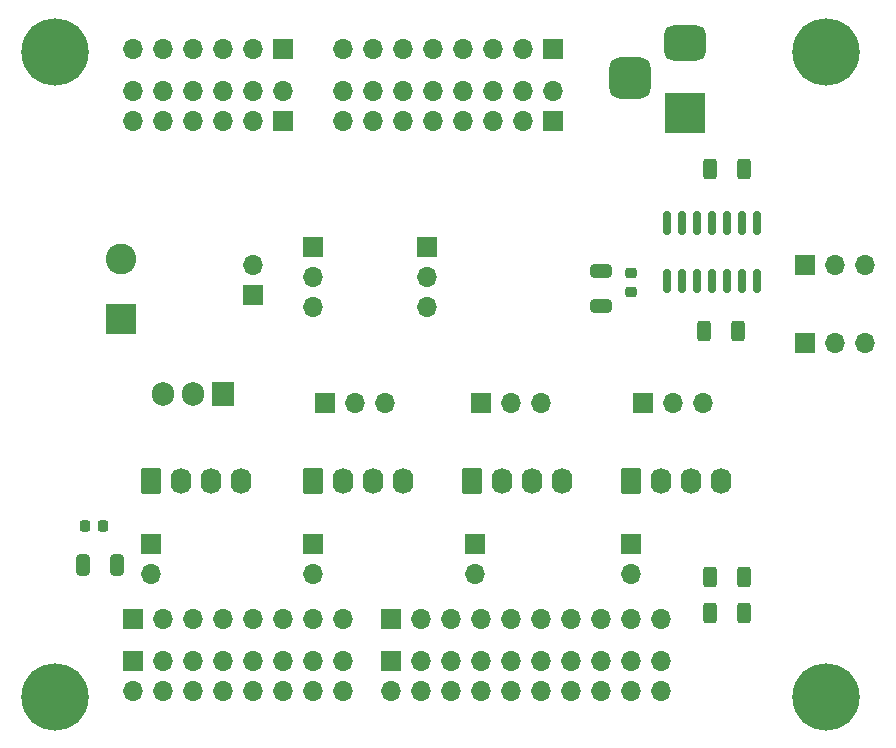
<source format=gbr>
%TF.GenerationSoftware,KiCad,Pcbnew,7.99.0-2684-g11de95778b*%
%TF.CreationDate,2023-11-20T14:54:01-05:00*%
%TF.ProjectId,ADC_MCPV01,4144435f-4d43-4505-9630-312e6b696361,rev?*%
%TF.SameCoordinates,Original*%
%TF.FileFunction,Soldermask,Bot*%
%TF.FilePolarity,Negative*%
%FSLAX46Y46*%
G04 Gerber Fmt 4.6, Leading zero omitted, Abs format (unit mm)*
G04 Created by KiCad (PCBNEW 7.99.0-2684-g11de95778b) date 2023-11-20 14:54:01*
%MOMM*%
%LPD*%
G01*
G04 APERTURE LIST*
G04 Aperture macros list*
%AMRoundRect*
0 Rectangle with rounded corners*
0 $1 Rounding radius*
0 $2 $3 $4 $5 $6 $7 $8 $9 X,Y pos of 4 corners*
0 Add a 4 corners polygon primitive as box body*
4,1,4,$2,$3,$4,$5,$6,$7,$8,$9,$2,$3,0*
0 Add four circle primitives for the rounded corners*
1,1,$1+$1,$2,$3*
1,1,$1+$1,$4,$5*
1,1,$1+$1,$6,$7*
1,1,$1+$1,$8,$9*
0 Add four rect primitives between the rounded corners*
20,1,$1+$1,$2,$3,$4,$5,0*
20,1,$1+$1,$4,$5,$6,$7,0*
20,1,$1+$1,$6,$7,$8,$9,0*
20,1,$1+$1,$8,$9,$2,$3,0*%
G04 Aperture macros list end*
%ADD10O,1.700000X1.700000*%
%ADD11R,1.700000X1.700000*%
%ADD12C,5.700000*%
%ADD13O,1.905000X2.000000*%
%ADD14R,1.905000X2.000000*%
%ADD15RoundRect,0.250000X0.325000X0.650000X-0.325000X0.650000X-0.325000X-0.650000X0.325000X-0.650000X0*%
%ADD16RoundRect,0.225000X0.225000X0.250000X-0.225000X0.250000X-0.225000X-0.250000X0.225000X-0.250000X0*%
%ADD17R,3.500000X3.500000*%
%ADD18RoundRect,0.750000X-1.000000X0.750000X-1.000000X-0.750000X1.000000X-0.750000X1.000000X0.750000X0*%
%ADD19RoundRect,0.875000X-0.875000X0.875000X-0.875000X-0.875000X0.875000X-0.875000X0.875000X0.875000X0*%
%ADD20R,2.600000X2.600000*%
%ADD21C,2.600000*%
%ADD22RoundRect,0.250000X-0.620000X-0.845000X0.620000X-0.845000X0.620000X0.845000X-0.620000X0.845000X0*%
%ADD23O,1.740000X2.190000*%
%ADD24RoundRect,0.150000X-0.150000X0.825000X-0.150000X-0.825000X0.150000X-0.825000X0.150000X0.825000X0*%
%ADD25RoundRect,0.225000X-0.250000X0.225000X-0.250000X-0.225000X0.250000X-0.225000X0.250000X0.225000X0*%
%ADD26RoundRect,0.250000X-0.312500X-0.625000X0.312500X-0.625000X0.312500X0.625000X-0.312500X0.625000X0*%
%ADD27RoundRect,0.250000X0.312500X0.625000X-0.312500X0.625000X-0.312500X-0.625000X0.312500X-0.625000X0*%
%ADD28RoundRect,0.250000X-0.650000X0.325000X-0.650000X-0.325000X0.650000X-0.325000X0.650000X0.325000X0*%
G04 APERTURE END LIST*
D10*
%TO.C,V_IN1*%
X134112000Y-52324000D03*
X134112000Y-49784000D03*
D11*
X134112000Y-47244000D03*
%TD*%
D12*
%TO.C,REF\u002A\u002A*%
X102616000Y-85344000D03*
%TD*%
%TO.C,REF\u002A\u002A*%
X102616000Y-30734000D03*
%TD*%
%TO.C,REF\u002A\u002A*%
X167894000Y-30734000D03*
%TD*%
D13*
%TO.C,U3*%
X111760000Y-59690000D03*
X114300000Y-59690000D03*
D14*
X116840000Y-59690000D03*
%TD*%
D15*
%TO.C,C5*%
X104951000Y-74168000D03*
X107901000Y-74168000D03*
%TD*%
D16*
%TO.C,C4*%
X105143000Y-70866000D03*
X106693000Y-70866000D03*
%TD*%
D11*
%TO.C,JP_VDC1*%
X124460000Y-47244000D03*
D10*
X124460000Y-49784000D03*
X124460000Y-52324000D03*
%TD*%
D12*
%TO.C,REF\u002A\u002A*%
X167894000Y-85344000D03*
%TD*%
D11*
%TO.C,J18*%
X151409000Y-72410000D03*
D10*
X151409000Y-74950000D03*
%TD*%
D11*
%TO.C,DC2*%
X125491000Y-60452000D03*
D10*
X128031000Y-60452000D03*
X130571000Y-60452000D03*
%TD*%
D17*
%TO.C,J6*%
X155956000Y-35972000D03*
D18*
X155956000Y-29972000D03*
D19*
X151256000Y-32972000D03*
%TD*%
D11*
%TO.C,JP_ADR1*%
X166131000Y-48768000D03*
D10*
X168671000Y-48768000D03*
X171211000Y-48768000D03*
%TD*%
D11*
%TO.C,DC3*%
X138684000Y-60452000D03*
D10*
X141224000Y-60452000D03*
X143764000Y-60452000D03*
%TD*%
D11*
%TO.C,J13*%
X121920000Y-36576000D03*
D10*
X121920000Y-34036000D03*
X119380000Y-36576000D03*
X119380000Y-34036000D03*
X116840000Y-36576000D03*
X116840000Y-34036000D03*
X114300000Y-36576000D03*
X114300000Y-34036000D03*
X111760000Y-36576000D03*
X111760000Y-34036000D03*
X109220000Y-36576000D03*
X109220000Y-34036000D03*
%TD*%
D11*
%TO.C,J15*%
X110769000Y-72410000D03*
D10*
X110769000Y-74950000D03*
%TD*%
D11*
%TO.C,J17*%
X138201000Y-72410000D03*
D10*
X138201000Y-74950000D03*
%TD*%
D20*
%TO.C,J5*%
X108204000Y-53340000D03*
D21*
X108204000Y-48260000D03*
%TD*%
D11*
%TO.C,J14*%
X131064000Y-82296000D03*
D10*
X131064000Y-84836000D03*
X133604000Y-82296000D03*
X133604000Y-84836000D03*
X136144000Y-82296000D03*
X136144000Y-84836000D03*
X138684000Y-82296000D03*
X138684000Y-84836000D03*
X141224000Y-82296000D03*
X141224000Y-84836000D03*
X143764000Y-82296000D03*
X143764000Y-84836000D03*
X146304000Y-82296000D03*
X146304000Y-84836000D03*
X148844000Y-82296000D03*
X148844000Y-84836000D03*
X151384000Y-82296000D03*
X151384000Y-84836000D03*
X153924000Y-82296000D03*
X153924000Y-84836000D03*
%TD*%
D22*
%TO.C,J1*%
X110744000Y-67056000D03*
D23*
X113284000Y-67056000D03*
X115824000Y-67056000D03*
X118364000Y-67056000D03*
%TD*%
D11*
%TO.C,J11*%
X144780000Y-36576000D03*
D10*
X144780000Y-34036000D03*
X142240000Y-36576000D03*
X142240000Y-34036000D03*
X139700000Y-36576000D03*
X139700000Y-34036000D03*
X137160000Y-36576000D03*
X137160000Y-34036000D03*
X134620000Y-36576000D03*
X134620000Y-34036000D03*
X132080000Y-36576000D03*
X132080000Y-34036000D03*
X129540000Y-36576000D03*
X129540000Y-34036000D03*
X127000000Y-36576000D03*
X127000000Y-34036000D03*
%TD*%
D22*
%TO.C,J2*%
X124460000Y-67056000D03*
D23*
X127000000Y-67056000D03*
X129540000Y-67056000D03*
X132080000Y-67056000D03*
%TD*%
D22*
%TO.C,J4*%
X151384000Y-67056000D03*
D23*
X153924000Y-67056000D03*
X156464000Y-67056000D03*
X159004000Y-67056000D03*
%TD*%
D11*
%TO.C,J12*%
X109220000Y-82296000D03*
D10*
X109220000Y-84836000D03*
X111760000Y-82296000D03*
X111760000Y-84836000D03*
X114300000Y-82296000D03*
X114300000Y-84836000D03*
X116840000Y-82296000D03*
X116840000Y-84836000D03*
X119380000Y-82296000D03*
X119380000Y-84836000D03*
X121920000Y-82296000D03*
X121920000Y-84836000D03*
X124460000Y-82296000D03*
X124460000Y-84836000D03*
X127000000Y-82296000D03*
X127000000Y-84836000D03*
%TD*%
D11*
%TO.C,J16*%
X124485000Y-72410000D03*
D10*
X124485000Y-74950000D03*
%TD*%
D11*
%TO.C,J19*%
X119380000Y-51308000D03*
D10*
X119380000Y-48768000D03*
%TD*%
D11*
%TO.C,JP_ADR2*%
X166131000Y-55372000D03*
D10*
X168671000Y-55372000D03*
X171211000Y-55372000D03*
%TD*%
D11*
%TO.C,DC4*%
X152400000Y-60452000D03*
D10*
X154940000Y-60452000D03*
X157480000Y-60452000D03*
%TD*%
D22*
%TO.C,J3*%
X137922000Y-67076000D03*
D23*
X140462000Y-67076000D03*
X143002000Y-67076000D03*
X145542000Y-67076000D03*
%TD*%
D24*
%TO.C,U2*%
X154432000Y-45212000D03*
X155702000Y-45212000D03*
X156972000Y-45212000D03*
X158242000Y-45212000D03*
X159512000Y-45212000D03*
X160782000Y-45212000D03*
X162052000Y-45212000D03*
X162052000Y-50162000D03*
X160782000Y-50162000D03*
X159512000Y-50162000D03*
X158242000Y-50162000D03*
X156972000Y-50162000D03*
X155702000Y-50162000D03*
X154432000Y-50162000D03*
%TD*%
D25*
%TO.C,C1*%
X151384000Y-49517000D03*
X151384000Y-51067000D03*
%TD*%
D11*
%TO.C,J8*%
X109220000Y-78740000D03*
D10*
X111760000Y-78740000D03*
X114300000Y-78740000D03*
X116840000Y-78740000D03*
X119380000Y-78740000D03*
X121920000Y-78740000D03*
X124460000Y-78740000D03*
X127000000Y-78740000D03*
%TD*%
D11*
%TO.C,J7*%
X144780000Y-30480000D03*
D10*
X142240000Y-30480000D03*
X139700000Y-30480000D03*
X137160000Y-30480000D03*
X134620000Y-30480000D03*
X132080000Y-30480000D03*
X129540000Y-30480000D03*
X127000000Y-30480000D03*
%TD*%
D26*
%TO.C,R4*%
X157541500Y-54356000D03*
X160466500Y-54356000D03*
%TD*%
D27*
%TO.C,R2*%
X158049500Y-78232000D03*
X160974500Y-78232000D03*
%TD*%
D11*
%TO.C,J9*%
X121920000Y-30480000D03*
D10*
X119380000Y-30480000D03*
X116840000Y-30480000D03*
X114300000Y-30480000D03*
X111760000Y-30480000D03*
X109220000Y-30480000D03*
%TD*%
D27*
%TO.C,R1*%
X158049500Y-75184000D03*
X160974500Y-75184000D03*
%TD*%
D11*
%TO.C,J10*%
X131064000Y-78740000D03*
D10*
X133604000Y-78740000D03*
X136144000Y-78740000D03*
X138684000Y-78740000D03*
X141224000Y-78740000D03*
X143764000Y-78740000D03*
X146304000Y-78740000D03*
X148844000Y-78740000D03*
X151384000Y-78740000D03*
X153924000Y-78740000D03*
%TD*%
D28*
%TO.C,C2*%
X148844000Y-49325000D03*
X148844000Y-52275000D03*
%TD*%
D26*
%TO.C,R3*%
X158049500Y-40640000D03*
X160974500Y-40640000D03*
%TD*%
M02*

</source>
